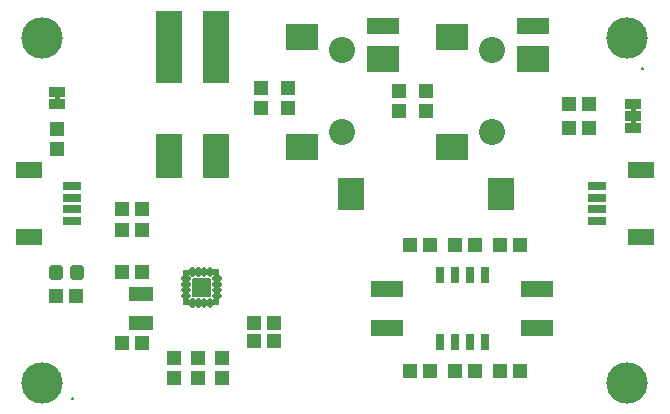
<source format=gts>
G75*
%MOIN*%
%OFA0B0*%
%FSLAX25Y25*%
%IPPOS*%
%LPD*%
%AMOC8*
5,1,8,0,0,1.08239X$1,22.5*
%
%ADD10R,0.05131X0.04737*%
%ADD11R,0.04737X0.05131*%
%ADD12R,0.10643X0.05524*%
%ADD13C,0.01990*%
%ADD14R,0.10643X0.08674*%
%ADD15R,0.08674X0.10643*%
%ADD16C,0.08674*%
%ADD17R,0.08674X0.14580*%
%ADD18R,0.08674X0.24422*%
%ADD19R,0.08674X0.05524*%
%ADD20R,0.06115X0.03162*%
%ADD21R,0.05800X0.03300*%
%ADD22C,0.00500*%
%ADD23C,0.01845*%
%ADD24R,0.02139X0.02139*%
%ADD25R,0.03162X0.05524*%
%ADD26R,0.07887X0.04737*%
%ADD27C,0.13800*%
%ADD28C,0.00600*%
D10*
X0099987Y0083500D03*
X0106680Y0083500D03*
X0084680Y0099000D03*
X0077987Y0099000D03*
X0099987Y0107000D03*
X0106680Y0107000D03*
X0106680Y0121000D03*
X0099987Y0121000D03*
X0099987Y0128000D03*
X0106680Y0128000D03*
X0143987Y0090000D03*
X0150680Y0090000D03*
X0150680Y0084000D03*
X0143987Y0084000D03*
X0195987Y0074000D03*
X0202680Y0074000D03*
X0210987Y0074000D03*
X0217680Y0074000D03*
X0225987Y0074000D03*
X0232680Y0074000D03*
X0232680Y0116000D03*
X0225987Y0116000D03*
X0217680Y0116000D03*
X0210987Y0116000D03*
X0202680Y0116000D03*
X0195987Y0116000D03*
X0248987Y0155000D03*
X0255680Y0155000D03*
X0255680Y0163000D03*
X0248987Y0163000D03*
D11*
X0201333Y0160654D03*
X0192333Y0160654D03*
X0192333Y0167346D03*
X0201333Y0167346D03*
X0155333Y0168346D03*
X0146333Y0168346D03*
X0146333Y0161654D03*
X0155333Y0161654D03*
X0078333Y0154846D03*
X0078333Y0148154D03*
X0117333Y0078346D03*
X0117333Y0071654D03*
X0125333Y0071654D03*
X0133333Y0071654D03*
X0133333Y0078346D03*
X0125333Y0078346D03*
D12*
X0188333Y0088504D03*
X0188333Y0101496D03*
X0238333Y0101496D03*
X0238333Y0088504D03*
X0236916Y0189094D03*
X0186916Y0189094D03*
D13*
X0086159Y0108373D02*
X0086159Y0105627D01*
X0083413Y0105627D01*
X0083413Y0108373D01*
X0086159Y0108373D01*
X0086159Y0107517D02*
X0083413Y0107517D01*
X0079254Y0108373D02*
X0079254Y0105627D01*
X0076508Y0105627D01*
X0076508Y0108373D01*
X0079254Y0108373D01*
X0079254Y0107517D02*
X0076508Y0107517D01*
D14*
X0159751Y0148937D03*
X0186916Y0178071D03*
X0209751Y0185551D03*
X0236916Y0178071D03*
X0209751Y0148937D03*
X0159751Y0185551D03*
D15*
X0176286Y0132992D03*
X0226286Y0132992D03*
D16*
X0223333Y0153661D03*
X0223333Y0181220D03*
X0173333Y0181220D03*
X0173333Y0153661D03*
D17*
X0131207Y0145831D03*
X0115459Y0145831D03*
D18*
X0115459Y0182248D03*
X0131207Y0182248D03*
D19*
X0068865Y0141024D03*
X0068865Y0118976D03*
X0272802Y0118976D03*
X0272802Y0141024D03*
D20*
X0258333Y0135906D03*
X0258333Y0131969D03*
X0258333Y0128031D03*
X0258333Y0124094D03*
X0083333Y0124094D03*
X0083333Y0128031D03*
X0083333Y0131969D03*
X0083333Y0135906D03*
D21*
X0078333Y0163000D03*
X0078333Y0167000D03*
X0270333Y0163000D03*
X0270333Y0159000D03*
X0270333Y0155000D03*
D22*
X0269833Y0156250D02*
X0269833Y0161750D01*
X0270833Y0161750D01*
X0270833Y0156250D01*
X0269833Y0156250D01*
X0269833Y0156711D02*
X0270833Y0156711D01*
X0270833Y0157210D02*
X0269833Y0157210D01*
X0269833Y0157708D02*
X0270833Y0157708D01*
X0270833Y0158207D02*
X0269833Y0158207D01*
X0269833Y0158705D02*
X0270833Y0158705D01*
X0270833Y0159204D02*
X0269833Y0159204D01*
X0269833Y0159702D02*
X0270833Y0159702D01*
X0270833Y0160201D02*
X0269833Y0160201D01*
X0269833Y0160699D02*
X0270833Y0160699D01*
X0270833Y0161198D02*
X0269833Y0161198D01*
X0269833Y0161696D02*
X0270833Y0161696D01*
X0129207Y0104874D02*
X0129207Y0099126D01*
X0123459Y0099126D01*
X0123459Y0104874D01*
X0129207Y0104874D01*
X0129207Y0104866D02*
X0123459Y0104866D01*
X0123459Y0104368D02*
X0129207Y0104368D01*
X0129207Y0103869D02*
X0123459Y0103869D01*
X0123459Y0103370D02*
X0129207Y0103370D01*
X0129207Y0102872D02*
X0123459Y0102872D01*
X0123459Y0102373D02*
X0129207Y0102373D01*
X0129207Y0101875D02*
X0123459Y0101875D01*
X0123459Y0101376D02*
X0129207Y0101376D01*
X0129207Y0100878D02*
X0123459Y0100878D01*
X0123459Y0100379D02*
X0129207Y0100379D01*
X0129207Y0099881D02*
X0123459Y0099881D01*
X0123459Y0099382D02*
X0129207Y0099382D01*
X0078833Y0164250D02*
X0077833Y0164250D01*
X0077833Y0165750D01*
X0078833Y0165750D01*
X0078833Y0164250D01*
X0078833Y0164687D02*
X0077833Y0164687D01*
X0077833Y0165186D02*
X0078833Y0165186D01*
X0078833Y0165684D02*
X0077833Y0165684D01*
D23*
X0123352Y0107935D02*
X0123410Y0107935D01*
X0123410Y0106577D01*
X0123352Y0106577D01*
X0123352Y0107935D01*
X0125320Y0107935D02*
X0125378Y0107935D01*
X0125378Y0106577D01*
X0125320Y0106577D01*
X0125320Y0107935D01*
X0127289Y0107935D02*
X0127347Y0107935D01*
X0127347Y0106577D01*
X0127289Y0106577D01*
X0127289Y0107935D01*
X0129257Y0107935D02*
X0129315Y0107935D01*
X0129315Y0106577D01*
X0129257Y0106577D01*
X0129257Y0107935D01*
X0130910Y0104982D02*
X0130910Y0104924D01*
X0130910Y0104982D02*
X0132268Y0104982D01*
X0132268Y0104924D01*
X0130910Y0104924D01*
X0130910Y0103013D02*
X0130910Y0102955D01*
X0130910Y0103013D02*
X0132268Y0103013D01*
X0132268Y0102955D01*
X0130910Y0102955D01*
X0130910Y0101045D02*
X0130910Y0100987D01*
X0130910Y0101045D02*
X0132268Y0101045D01*
X0132268Y0100987D01*
X0130910Y0100987D01*
X0130910Y0099076D02*
X0130910Y0099018D01*
X0130910Y0099076D02*
X0132268Y0099076D01*
X0132268Y0099018D01*
X0130910Y0099018D01*
X0129315Y0096065D02*
X0129257Y0096065D01*
X0129257Y0097423D01*
X0129315Y0097423D01*
X0129315Y0096065D01*
X0127347Y0096065D02*
X0127289Y0096065D01*
X0127289Y0097423D01*
X0127347Y0097423D01*
X0127347Y0096065D01*
X0125378Y0096065D02*
X0125320Y0096065D01*
X0125320Y0097423D01*
X0125378Y0097423D01*
X0125378Y0096065D01*
X0123410Y0096065D02*
X0123352Y0096065D01*
X0123352Y0097423D01*
X0123410Y0097423D01*
X0123410Y0096065D01*
X0121756Y0099018D02*
X0121756Y0099076D01*
X0121756Y0099018D02*
X0120398Y0099018D01*
X0120398Y0099076D01*
X0121756Y0099076D01*
X0121756Y0100987D02*
X0121756Y0101045D01*
X0121756Y0100987D02*
X0120398Y0100987D01*
X0120398Y0101045D01*
X0121756Y0101045D01*
X0121756Y0102955D02*
X0121756Y0103013D01*
X0121756Y0102955D02*
X0120398Y0102955D01*
X0120398Y0103013D01*
X0121756Y0103013D01*
X0121756Y0104924D02*
X0121756Y0104982D01*
X0121756Y0104924D02*
X0120398Y0104924D01*
X0120398Y0104982D01*
X0121756Y0104982D01*
D24*
X0121353Y0106980D03*
X0131314Y0107020D03*
X0131314Y0097020D03*
X0121353Y0097020D03*
D25*
X0205833Y0106024D03*
X0210833Y0106024D03*
X0215833Y0106024D03*
X0220833Y0106024D03*
X0220833Y0083976D03*
X0215833Y0083976D03*
X0210833Y0083976D03*
X0205833Y0083976D03*
D26*
X0106333Y0090079D03*
X0106333Y0099921D03*
D27*
X0073333Y0070000D03*
X0073333Y0185000D03*
X0268333Y0185000D03*
X0268333Y0070000D03*
D28*
X0083097Y0065000D02*
X0083099Y0065030D01*
X0083105Y0065060D01*
X0083114Y0065089D01*
X0083127Y0065116D01*
X0083144Y0065141D01*
X0083163Y0065164D01*
X0083186Y0065185D01*
X0083211Y0065202D01*
X0083237Y0065216D01*
X0083266Y0065226D01*
X0083295Y0065233D01*
X0083325Y0065236D01*
X0083356Y0065235D01*
X0083386Y0065230D01*
X0083415Y0065221D01*
X0083442Y0065209D01*
X0083468Y0065194D01*
X0083492Y0065175D01*
X0083513Y0065153D01*
X0083531Y0065129D01*
X0083546Y0065102D01*
X0083557Y0065074D01*
X0083565Y0065045D01*
X0083569Y0065015D01*
X0083569Y0064985D01*
X0083565Y0064955D01*
X0083557Y0064926D01*
X0083546Y0064898D01*
X0083531Y0064871D01*
X0083513Y0064847D01*
X0083492Y0064825D01*
X0083468Y0064806D01*
X0083442Y0064791D01*
X0083415Y0064779D01*
X0083386Y0064770D01*
X0083356Y0064765D01*
X0083325Y0064764D01*
X0083295Y0064767D01*
X0083266Y0064774D01*
X0083237Y0064784D01*
X0083211Y0064798D01*
X0083186Y0064815D01*
X0083163Y0064836D01*
X0083144Y0064859D01*
X0083127Y0064884D01*
X0083114Y0064911D01*
X0083105Y0064940D01*
X0083099Y0064970D01*
X0083097Y0065000D01*
X0273097Y0175000D02*
X0273099Y0175030D01*
X0273105Y0175060D01*
X0273114Y0175089D01*
X0273127Y0175116D01*
X0273144Y0175141D01*
X0273163Y0175164D01*
X0273186Y0175185D01*
X0273211Y0175202D01*
X0273237Y0175216D01*
X0273266Y0175226D01*
X0273295Y0175233D01*
X0273325Y0175236D01*
X0273356Y0175235D01*
X0273386Y0175230D01*
X0273415Y0175221D01*
X0273442Y0175209D01*
X0273468Y0175194D01*
X0273492Y0175175D01*
X0273513Y0175153D01*
X0273531Y0175129D01*
X0273546Y0175102D01*
X0273557Y0175074D01*
X0273565Y0175045D01*
X0273569Y0175015D01*
X0273569Y0174985D01*
X0273565Y0174955D01*
X0273557Y0174926D01*
X0273546Y0174898D01*
X0273531Y0174871D01*
X0273513Y0174847D01*
X0273492Y0174825D01*
X0273468Y0174806D01*
X0273442Y0174791D01*
X0273415Y0174779D01*
X0273386Y0174770D01*
X0273356Y0174765D01*
X0273325Y0174764D01*
X0273295Y0174767D01*
X0273266Y0174774D01*
X0273237Y0174784D01*
X0273211Y0174798D01*
X0273186Y0174815D01*
X0273163Y0174836D01*
X0273144Y0174859D01*
X0273127Y0174884D01*
X0273114Y0174911D01*
X0273105Y0174940D01*
X0273099Y0174970D01*
X0273097Y0175000D01*
M02*

</source>
